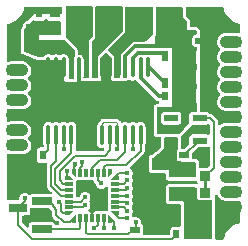
<source format=gtl>
G04 Layer: TopLayer*
G04 EasyEDA v6.5.22, 2022-11-24 13:33:34*
G04 a569f08a9e4f4569b8c6db444d38c7d5,dbbd32702ee04327bcd14b3349a77860,10*
G04 Gerber Generator version 0.2*
G04 Scale: 100 percent, Rotated: No, Reflected: No *
G04 Dimensions in millimeters *
G04 leading zeros omitted , absolute positions ,4 integer and 5 decimal *
%FSLAX45Y45*%
%MOMM*%

%AMMACRO1*21,1,$1,$2,0,0,$3*%
%AMMACRO2*4,1,4,-0.35,0.15,0.35,0.15,0.35,-0.15,-0.35,-0.15,-0.35,0.15,0*%
%AMMACRO3*4,1,5,-0.0875,0.15,0.3375,0.15,0.3375,-0.15,-0.3375,-0.15,-0.3375,-0.1,-0.0875,0.15,0*%
%AMMACRO4*4,1,5,0.15,-0.0875,0.15,0.3375,-0.15,0.3375,-0.15,-0.3375,-0.1,-0.3375,0.15,-0.0875,0*%
%AMMACRO5*4,1,5,0.0875,0.15,-0.3375,0.15,-0.3375,-0.15,0.3375,-0.15,0.3375,-0.1,0.0875,0.15,0*%
%AMMACRO6*4,1,5,-0.15,-0.0875,-0.15,0.3375,0.15,0.3375,0.15,-0.3375,0.1,-0.3375,-0.15,-0.0875,0*%
%AMMACRO7*4,1,5,-0.15,0.0875,-0.15,-0.3375,0.15,-0.3375,0.15,0.3375,0.1,0.3375,-0.15,0.0875,0*%
%AMMACRO8*4,1,5,0.0875,-0.15,-0.3375,-0.15,-0.3375,0.15,0.3375,0.15,0.3375,0.1,0.0875,-0.15,0*%
%AMMACRO9*4,1,5,-0.0875,-0.15,0.3375,-0.15,0.3375,0.15,-0.3375,0.15,-0.3375,0.1,-0.0875,-0.15,0*%
%AMMACRO10*4,1,5,0.15,0.0875,0.15,-0.3375,-0.15,-0.3375,-0.15,0.3375,-0.1,0.3375,0.15,0.0875,0*%
%ADD10C,0.2000*%
%ADD11C,0.3530*%
%ADD12C,0.2450*%
%ADD13C,0.3170*%
%ADD14C,0.2020*%
%ADD15C,0.1000*%
%ADD16C,1.0000*%
%ADD17R,0.9000X0.8000*%
%ADD18MACRO1,0.54X0.7901X90.0000*%
%ADD19R,0.7500X1.0000*%
%ADD20R,2.2000X1.2000*%
%ADD21MACRO1,0.864X0.8065X0.0000*%
%ADD22R,0.8640X0.8065*%
%ADD23R,1.2000X0.5500*%
%ADD24R,0.5000X0.8000*%
%ADD25R,1.5240X0.8000*%
%ADD26O,0.3430016X1.7314926000000002*%
%ADD27R,5.6000X3.1000*%
%ADD28R,0.3000X0.7000*%
%ADD29R,0.7000X0.3000*%
%ADD30MACRO2*%
%ADD31MACRO3*%
%ADD32MACRO4*%
%ADD33MACRO5*%
%ADD34MACRO6*%
%ADD35MACRO7*%
%ADD36MACRO8*%
%ADD37MACRO9*%
%ADD38MACRO10*%
%ADD39R,1.7000X0.6500*%
%ADD40R,1.7000X0.5000*%
%ADD41R,0.8000X0.9000*%
%ADD42MACRO1,0.54X0.7901X0.0000*%
%ADD43R,0.5400X0.7901*%
%ADD44MACRO1,0.54X0.7901X-90.0000*%
%ADD45C,0.9000*%
%ADD46R,0.9000X0.9000*%
%ADD47R,1.5748X1.5748*%
%ADD48C,0.6096*%
%ADD49C,0.4000*%
%ADD50C,0.0160*%

%LPD*%
G36*
X944880Y-632460D02*
G01*
X940968Y-631698D01*
X937666Y-629462D01*
X935482Y-626160D01*
X934719Y-622249D01*
X934719Y-447344D01*
X934008Y-445617D01*
X887831Y-399440D01*
X885647Y-396189D01*
X884885Y-392277D01*
X885647Y-388416D01*
X887831Y-385114D01*
X900684Y-372262D01*
X903884Y-370027D01*
X908608Y-366318D01*
X1021130Y-253796D01*
X1024839Y-248666D01*
X1026617Y-244094D01*
X1027176Y-241757D01*
X1028801Y-238201D01*
X1028700Y-36068D01*
X1029462Y-32207D01*
X1031697Y-28905D01*
X1034999Y-26670D01*
X1038860Y-25908D01*
X1251712Y-25908D01*
X1255572Y-26670D01*
X1258874Y-28905D01*
X1261110Y-32207D01*
X1261872Y-36118D01*
X1260957Y-256032D01*
X1260195Y-259892D01*
X1258011Y-263144D01*
X1201877Y-319278D01*
X1198575Y-321462D01*
X1194714Y-322224D01*
X1112824Y-322224D01*
X1107440Y-325475D01*
X1097686Y-328269D01*
X1091082Y-331774D01*
X1084935Y-336854D01*
X1000506Y-421284D01*
X995426Y-427431D01*
X991920Y-434035D01*
X989736Y-441198D01*
X988974Y-449122D01*
X988974Y-540562D01*
X989482Y-545947D01*
X989482Y-594258D01*
X989025Y-597204D01*
X987501Y-602234D01*
X986739Y-610108D01*
X987501Y-617982D01*
X988314Y-623112D01*
X987348Y-626770D01*
X985113Y-629767D01*
X981913Y-631799D01*
X978204Y-632460D01*
G37*

%LPD*%
G36*
X755142Y-633476D02*
G01*
X751281Y-632714D01*
X747979Y-630529D01*
X745794Y-627278D01*
X744982Y-623366D01*
X743102Y-328930D01*
X743864Y-325018D01*
X746099Y-321665D01*
X768604Y-299161D01*
X771652Y-294690D01*
X773379Y-290118D01*
X774090Y-284581D01*
X774090Y-268224D01*
X774395Y-265633D01*
X775614Y-262178D01*
X775614Y-30683D01*
X776376Y-26771D01*
X778560Y-23469D01*
X781862Y-21285D01*
X785774Y-20523D01*
X996594Y-20523D01*
X1000506Y-21285D01*
X1003808Y-23469D01*
X1005992Y-26771D01*
X1006754Y-30683D01*
X1006754Y-234950D01*
X1005992Y-238861D01*
X1003808Y-242163D01*
X896112Y-349859D01*
X894130Y-351383D01*
X890981Y-352958D01*
X800303Y-443636D01*
X799592Y-445363D01*
X799592Y-450545D01*
X799287Y-452983D01*
X797356Y-457250D01*
X795223Y-464312D01*
X794461Y-472135D01*
X794461Y-610006D01*
X795223Y-617829D01*
X795985Y-620369D01*
X796391Y-624128D01*
X795426Y-627735D01*
X793191Y-630783D01*
X789990Y-632764D01*
X786282Y-633476D01*
G37*

%LPD*%
G36*
X683615Y-634492D02*
G01*
X679500Y-633628D01*
X676097Y-631139D01*
X673963Y-627532D01*
X673506Y-623366D01*
X674776Y-610006D01*
X674776Y-472135D01*
X673963Y-464312D01*
X671830Y-457250D01*
X668375Y-450748D01*
X663702Y-445058D01*
X658012Y-440385D01*
X651510Y-436880D01*
X644448Y-434746D01*
X636371Y-433984D01*
X633018Y-433070D01*
X630174Y-431038D01*
X627938Y-428802D01*
X625754Y-425500D01*
X624941Y-421589D01*
X625094Y-412292D01*
X625906Y-407314D01*
X625906Y-397357D01*
X624941Y-392226D01*
X622960Y-387756D01*
X619506Y-383387D01*
X524205Y-288137D01*
X522833Y-285394D01*
X522376Y-282346D01*
X522376Y-30683D01*
X523189Y-26771D01*
X525373Y-23469D01*
X528675Y-21285D01*
X532536Y-20523D01*
X743407Y-20523D01*
X747318Y-21285D01*
X750620Y-23469D01*
X752805Y-26771D01*
X753567Y-30683D01*
X753567Y-281025D01*
X752805Y-284886D01*
X750620Y-288188D01*
X723239Y-315569D01*
X722579Y-317246D01*
X724509Y-624281D01*
X723747Y-628142D01*
X721512Y-631494D01*
X718210Y-633679D01*
X714349Y-634492D01*
G37*

%LPD*%
G36*
X557682Y-636473D02*
G01*
X554024Y-635812D01*
X550875Y-633831D01*
X548589Y-630834D01*
X547573Y-627278D01*
X547928Y-623519D01*
X549402Y-618388D01*
X550164Y-610006D01*
X550164Y-472135D01*
X549402Y-463753D01*
X547217Y-456082D01*
X543661Y-449021D01*
X538886Y-442671D01*
X533044Y-437337D01*
X526288Y-433120D01*
X518871Y-430276D01*
X511098Y-428802D01*
X503123Y-428802D01*
X495350Y-430276D01*
X487984Y-433120D01*
X480059Y-438150D01*
X476504Y-439521D01*
X472693Y-439521D01*
X469188Y-438150D01*
X461213Y-433120D01*
X453898Y-430276D01*
X446074Y-428802D01*
X438150Y-428802D01*
X430326Y-430276D01*
X422960Y-433120D01*
X415035Y-438150D01*
X411530Y-439521D01*
X407720Y-439521D01*
X404164Y-438150D01*
X396240Y-433120D01*
X388874Y-430276D01*
X381050Y-428802D01*
X373126Y-428802D01*
X365353Y-430276D01*
X357936Y-433120D01*
X351180Y-437337D01*
X345338Y-442671D01*
X342544Y-446328D01*
X340360Y-448462D01*
X337566Y-449884D01*
X334518Y-450342D01*
X289153Y-450596D01*
X285546Y-449935D01*
X177038Y-409600D01*
X173583Y-407466D01*
X171246Y-404114D01*
X170434Y-400100D01*
X169926Y-231648D01*
X170586Y-228092D01*
X172415Y-224942D01*
X241960Y-144475D01*
X244754Y-142240D01*
X248158Y-141071D01*
X251714Y-141173D01*
X255066Y-142544D01*
X258013Y-144373D01*
X263448Y-146304D01*
X269798Y-147015D01*
X322630Y-147015D01*
X328980Y-146304D01*
X334416Y-144373D01*
X339344Y-141325D01*
X343408Y-137210D01*
X345846Y-133350D01*
X348640Y-130454D01*
X352348Y-128828D01*
X356362Y-128778D01*
X360121Y-130302D01*
X362966Y-133197D01*
X366522Y-138633D01*
X370230Y-142341D01*
X375107Y-145389D01*
X380593Y-147320D01*
X386892Y-148031D01*
X472185Y-148031D01*
X476097Y-148793D01*
X479399Y-151028D01*
X481584Y-154330D01*
X482346Y-158191D01*
X482346Y-256032D01*
X481584Y-259943D01*
X479399Y-263245D01*
X476097Y-265430D01*
X472185Y-266192D01*
X298246Y-266192D01*
X297230Y-267208D01*
X297230Y-303225D01*
X298297Y-305054D01*
X299212Y-305257D01*
X508203Y-305257D01*
X512064Y-306019D01*
X515366Y-308203D01*
X602488Y-395325D01*
X604418Y-398068D01*
X605383Y-401269D01*
X605231Y-404571D01*
X604469Y-408381D01*
X604469Y-440385D01*
X603910Y-443636D01*
X602386Y-446532D01*
X600557Y-449021D01*
X597001Y-456082D01*
X594817Y-463753D01*
X594055Y-472135D01*
X594055Y-610006D01*
X595376Y-621639D01*
X595376Y-626313D01*
X594563Y-630224D01*
X592378Y-633526D01*
X589076Y-635711D01*
X585216Y-636473D01*
G37*

%LPD*%
G36*
X1823313Y-1032560D02*
G01*
X1819656Y-1031595D01*
X1816607Y-1029360D01*
X1814626Y-1026160D01*
X1813915Y-1022451D01*
X1813915Y-1003808D01*
X1813052Y-995832D01*
X1810766Y-988720D01*
X1806956Y-982116D01*
X1803095Y-977646D01*
X1771294Y-945794D01*
X1765046Y-940765D01*
X1758340Y-937361D01*
X1751025Y-935380D01*
X1746046Y-935024D01*
X1742998Y-934313D01*
X1740306Y-932687D01*
X1736902Y-928217D01*
X1732788Y-924102D01*
X1727911Y-921003D01*
X1722424Y-919124D01*
X1716125Y-918413D01*
X1674215Y-918413D01*
X1670354Y-917651D01*
X1667052Y-915416D01*
X1664868Y-912164D01*
X1664055Y-908303D01*
X1661160Y-238353D01*
X1660448Y-232308D01*
X1658518Y-226821D01*
X1655419Y-221945D01*
X1653387Y-219659D01*
X1542034Y-108356D01*
X1539849Y-105054D01*
X1539036Y-101142D01*
X1539036Y-40182D01*
X1539849Y-36271D01*
X1542034Y-32969D01*
X1545336Y-30784D01*
X1549196Y-30022D01*
X1850542Y-30022D01*
X1853946Y-30581D01*
X1856943Y-32258D01*
X1859229Y-34848D01*
X1860499Y-38100D01*
X1861921Y-44805D01*
X1867407Y-62026D01*
X1874672Y-78638D01*
X1883562Y-94386D01*
X1894078Y-109169D01*
X1906016Y-122783D01*
X1919325Y-135077D01*
X1933803Y-145948D01*
X1949348Y-155244D01*
X1965756Y-162915D01*
X1982825Y-168910D01*
X1992172Y-171094D01*
X1996186Y-173075D01*
X1998980Y-176580D01*
X1999996Y-181000D01*
X1999996Y-241909D01*
X1999335Y-245516D01*
X1997506Y-248615D01*
X1994662Y-250850D01*
X1991207Y-251967D01*
X1987550Y-251815D01*
X1980641Y-250240D01*
X1968957Y-249377D01*
X1880819Y-249377D01*
X1869135Y-250240D01*
X1858060Y-252780D01*
X1847494Y-256895D01*
X1837689Y-262585D01*
X1828800Y-269646D01*
X1821078Y-277977D01*
X1814728Y-287324D01*
X1809800Y-297535D01*
X1806448Y-308406D01*
X1804771Y-319582D01*
X1804771Y-330962D01*
X1806448Y-342138D01*
X1809800Y-353009D01*
X1814728Y-363220D01*
X1821078Y-372567D01*
X1829816Y-381812D01*
X1831848Y-385013D01*
X1832559Y-388772D01*
X1831848Y-392531D01*
X1829816Y-395732D01*
X1821078Y-404977D01*
X1814728Y-414324D01*
X1809800Y-424535D01*
X1806448Y-435406D01*
X1804771Y-446582D01*
X1804771Y-457962D01*
X1806448Y-469138D01*
X1809800Y-480009D01*
X1814728Y-490220D01*
X1821078Y-499567D01*
X1829816Y-508812D01*
X1831848Y-512013D01*
X1832559Y-515772D01*
X1831848Y-519531D01*
X1829816Y-522732D01*
X1821078Y-531977D01*
X1814728Y-541324D01*
X1809800Y-551535D01*
X1806448Y-562406D01*
X1804771Y-573582D01*
X1804771Y-584962D01*
X1806448Y-596138D01*
X1809800Y-607009D01*
X1814728Y-617220D01*
X1821078Y-626567D01*
X1829816Y-635812D01*
X1831848Y-639013D01*
X1832559Y-642772D01*
X1831848Y-646531D01*
X1829816Y-649732D01*
X1821078Y-658977D01*
X1814728Y-668324D01*
X1809800Y-678535D01*
X1806448Y-689406D01*
X1804771Y-700582D01*
X1804771Y-711962D01*
X1806448Y-723138D01*
X1809800Y-734009D01*
X1814728Y-744220D01*
X1821078Y-753567D01*
X1829816Y-762812D01*
X1831848Y-766013D01*
X1832559Y-769772D01*
X1831848Y-773531D01*
X1829816Y-776732D01*
X1821078Y-785977D01*
X1814728Y-795324D01*
X1809800Y-805535D01*
X1806448Y-816406D01*
X1804771Y-827582D01*
X1804771Y-838962D01*
X1806448Y-850137D01*
X1809800Y-861009D01*
X1814728Y-871219D01*
X1821078Y-880567D01*
X1828800Y-888898D01*
X1837689Y-895959D01*
X1847494Y-901649D01*
X1858060Y-905764D01*
X1869135Y-908303D01*
X1880819Y-909167D01*
X1968957Y-909167D01*
X1980641Y-908303D01*
X1987550Y-906729D01*
X1991207Y-906576D01*
X1994662Y-907694D01*
X1997506Y-909929D01*
X1999335Y-913079D01*
X1999996Y-916635D01*
X1999996Y-1003909D01*
X1999335Y-1007516D01*
X1997506Y-1010615D01*
X1994662Y-1012850D01*
X1991207Y-1013968D01*
X1987550Y-1013815D01*
X1980641Y-1012240D01*
X1968957Y-1011377D01*
X1880819Y-1011377D01*
X1869135Y-1012240D01*
X1858060Y-1014780D01*
X1847494Y-1018895D01*
X1837689Y-1024585D01*
X1830425Y-1030376D01*
X1827072Y-1032154D01*
G37*

%LPD*%
G36*
X1305560Y-1104900D02*
G01*
X1301648Y-1104138D01*
X1298397Y-1101902D01*
X1296162Y-1098651D01*
X1295400Y-1094740D01*
X1295400Y-886460D01*
X1296162Y-882548D01*
X1298397Y-879297D01*
X1301648Y-877062D01*
X1305560Y-876300D01*
X1421384Y-876300D01*
X1422400Y-875284D01*
X1422400Y-382016D01*
X1421384Y-381000D01*
X1410919Y-381000D01*
X1408125Y-380593D01*
X1403248Y-378002D01*
X1397812Y-376123D01*
X1391462Y-375412D01*
X1355445Y-375412D01*
X1352804Y-375056D01*
X1349095Y-374040D01*
X1340561Y-373278D01*
X1292860Y-373278D01*
X1288999Y-372465D01*
X1285697Y-370281D01*
X1283462Y-366979D01*
X1282700Y-363067D01*
X1282801Y-276809D01*
X1283665Y-272694D01*
X1285443Y-268630D01*
X1286713Y-263093D01*
X1286865Y-260045D01*
X1287780Y-36017D01*
X1288542Y-32156D01*
X1290726Y-28854D01*
X1294028Y-26670D01*
X1297940Y-25908D01*
X1502968Y-25908D01*
X1506880Y-26670D01*
X1510182Y-28905D01*
X1512366Y-32156D01*
X1513128Y-36068D01*
X1513128Y-115112D01*
X1513840Y-116789D01*
X1544624Y-147574D01*
X1546809Y-150876D01*
X1547622Y-154736D01*
X1547622Y-201269D01*
X1548333Y-207568D01*
X1550212Y-213055D01*
X1553311Y-217932D01*
X1557426Y-222046D01*
X1562303Y-225094D01*
X1567738Y-227025D01*
X1574088Y-227736D01*
X1620570Y-227736D01*
X1624482Y-228498D01*
X1627784Y-230733D01*
X1632305Y-235204D01*
X1634489Y-238506D01*
X1635251Y-242366D01*
X1635302Y-252120D01*
X1634540Y-256032D01*
X1632356Y-259334D01*
X1629054Y-261569D01*
X1617472Y-263042D01*
X1611985Y-264972D01*
X1607108Y-268020D01*
X1602994Y-272135D01*
X1599946Y-277012D01*
X1598015Y-282498D01*
X1597304Y-288798D01*
X1597304Y-341680D01*
X1598015Y-347980D01*
X1599946Y-353466D01*
X1602994Y-358343D01*
X1607058Y-362356D01*
X1612595Y-365709D01*
X1617472Y-367436D01*
X1623771Y-368147D01*
X1625701Y-368147D01*
X1629562Y-368909D01*
X1632864Y-371094D01*
X1635048Y-374396D01*
X1635861Y-378256D01*
X1635912Y-391414D01*
X1635506Y-394258D01*
X1632915Y-399135D01*
X1631035Y-404571D01*
X1630324Y-410921D01*
X1630324Y-499770D01*
X1631035Y-506120D01*
X1632915Y-511556D01*
X1634896Y-514705D01*
X1636064Y-517245D01*
X1636471Y-520039D01*
X1636623Y-551535D01*
X1636217Y-554431D01*
X1634947Y-557072D01*
X1630933Y-563321D01*
X1629003Y-568706D01*
X1628292Y-575056D01*
X1628292Y-663905D01*
X1629003Y-670204D01*
X1630933Y-675690D01*
X1636420Y-684072D01*
X1637182Y-687933D01*
X1637334Y-712927D01*
X1636522Y-716838D01*
X1634337Y-720140D01*
X1632000Y-722477D01*
X1628952Y-727405D01*
X1627022Y-732840D01*
X1626311Y-739190D01*
X1626311Y-828040D01*
X1627022Y-834339D01*
X1628952Y-839825D01*
X1632000Y-844702D01*
X1634947Y-847648D01*
X1637131Y-850900D01*
X1637944Y-854760D01*
X1638147Y-908202D01*
X1637385Y-912114D01*
X1635201Y-915416D01*
X1631899Y-917600D01*
X1627987Y-918413D01*
X1597253Y-918413D01*
X1590954Y-919124D01*
X1585468Y-921003D01*
X1580591Y-924102D01*
X1576476Y-928217D01*
X1573377Y-933094D01*
X1571498Y-938580D01*
X1570786Y-944880D01*
X1570786Y-998677D01*
X1571752Y-1006551D01*
X1571345Y-1010919D01*
X1569161Y-1014730D01*
X1488897Y-1101648D01*
X1485544Y-1104036D01*
X1481429Y-1104900D01*
X1476552Y-1104849D01*
X1472641Y-1104392D01*
X1359458Y-1104392D01*
X1354378Y-1104900D01*
G37*

%LPC*%
G36*
X1357274Y-1025194D02*
G01*
X1476146Y-1025194D01*
X1482445Y-1024483D01*
X1487932Y-1022603D01*
X1492808Y-1019505D01*
X1496923Y-1015441D01*
X1500022Y-1010513D01*
X1501902Y-1005078D01*
X1502613Y-998728D01*
X1502613Y-944880D01*
X1501902Y-938580D01*
X1500022Y-933094D01*
X1496923Y-928217D01*
X1492808Y-924102D01*
X1487932Y-921003D01*
X1482445Y-919124D01*
X1476146Y-918413D01*
X1357274Y-918413D01*
X1350975Y-919124D01*
X1345488Y-921003D01*
X1340612Y-924102D01*
X1336497Y-928217D01*
X1333449Y-933094D01*
X1331518Y-938580D01*
X1330807Y-944880D01*
X1330807Y-998728D01*
X1331518Y-1005078D01*
X1333449Y-1010513D01*
X1336497Y-1015441D01*
X1340612Y-1019505D01*
X1345488Y-1022603D01*
X1350975Y-1024483D01*
G37*

%LPD*%
G36*
X1509268Y-1229817D02*
G01*
X1505356Y-1229004D01*
X1502105Y-1226820D01*
X1499870Y-1223518D01*
X1499108Y-1219657D01*
X1499108Y-1204772D01*
X1499666Y-1201420D01*
X1501902Y-1195070D01*
X1502613Y-1188720D01*
X1502613Y-1134668D01*
X1502257Y-1130096D01*
X1502816Y-1126032D01*
X1504950Y-1122476D01*
X1591716Y-1028496D01*
X1595069Y-1026058D01*
X1599184Y-1025194D01*
X1716125Y-1025194D01*
X1722424Y-1024483D01*
X1728571Y-1022350D01*
X1732381Y-1021791D01*
X1736140Y-1022705D01*
X1739290Y-1024940D01*
X1741373Y-1028141D01*
X1742084Y-1031951D01*
X1742084Y-1101648D01*
X1741373Y-1105458D01*
X1739290Y-1108659D01*
X1736140Y-1110894D01*
X1732381Y-1111808D01*
X1728571Y-1111250D01*
X1722424Y-1109116D01*
X1716125Y-1108405D01*
X1597253Y-1108405D01*
X1590954Y-1109116D01*
X1585468Y-1110996D01*
X1580591Y-1114094D01*
X1576476Y-1118209D01*
X1573428Y-1123086D01*
X1571498Y-1128572D01*
X1570786Y-1134872D01*
X1570786Y-1184605D01*
X1570024Y-1188516D01*
X1567789Y-1191818D01*
X1532788Y-1226820D01*
X1529537Y-1229004D01*
X1525625Y-1229817D01*
G37*

%LPD*%
G36*
X1663649Y-1397152D02*
G01*
X1658569Y-1396847D01*
X1654911Y-1394714D01*
X1652371Y-1391310D01*
X1651507Y-1387144D01*
X1651507Y-1346758D01*
X1650796Y-1340459D01*
X1648866Y-1334973D01*
X1645818Y-1330096D01*
X1641703Y-1325981D01*
X1636826Y-1322933D01*
X1631340Y-1321003D01*
X1625041Y-1320292D01*
X1603248Y-1320292D01*
X1599133Y-1319428D01*
X1595678Y-1316939D01*
X1593596Y-1313332D01*
X1593138Y-1309116D01*
X1593138Y-1272286D01*
X1593900Y-1268374D01*
X1596085Y-1265072D01*
X1643024Y-1218184D01*
X1646275Y-1215999D01*
X1650187Y-1215186D01*
X1716125Y-1215186D01*
X1722424Y-1214475D01*
X1728571Y-1212342D01*
X1732381Y-1211783D01*
X1736140Y-1212697D01*
X1739290Y-1214932D01*
X1741373Y-1218184D01*
X1742084Y-1221943D01*
X1742084Y-1372616D01*
X1741322Y-1376476D01*
X1739138Y-1379778D01*
X1724710Y-1394155D01*
X1721459Y-1396390D01*
X1717548Y-1397152D01*
G37*

%LPD*%
G36*
X1407160Y-1473200D02*
G01*
X1403248Y-1472438D01*
X1399997Y-1470202D01*
X1397762Y-1466951D01*
X1397000Y-1463040D01*
X1397000Y-1410716D01*
X1395984Y-1409700D01*
X1267460Y-1409700D01*
X1263548Y-1408938D01*
X1260297Y-1406702D01*
X1258062Y-1403451D01*
X1257300Y-1399540D01*
X1257300Y-1313180D01*
X1257757Y-1310081D01*
X1259179Y-1307287D01*
X1261364Y-1305052D01*
X1357782Y-1232712D01*
X1358900Y-1230884D01*
X1358900Y-1140460D01*
X1359662Y-1136548D01*
X1361897Y-1133297D01*
X1365148Y-1131062D01*
X1369060Y-1130300D01*
X1463040Y-1130300D01*
X1466951Y-1131062D01*
X1470202Y-1133297D01*
X1472438Y-1136548D01*
X1473200Y-1140460D01*
X1473200Y-1230172D01*
X1472438Y-1234084D01*
X1470202Y-1237335D01*
X1468018Y-1239570D01*
X1464919Y-1244498D01*
X1462989Y-1249934D01*
X1462278Y-1256284D01*
X1462278Y-1309116D01*
X1462989Y-1315466D01*
X1464919Y-1320901D01*
X1468018Y-1325829D01*
X1472031Y-1329842D01*
X1477568Y-1333195D01*
X1482445Y-1334871D01*
X1488795Y-1335633D01*
X1496517Y-1335633D01*
X1500378Y-1336395D01*
X1503680Y-1338580D01*
X1510588Y-1345488D01*
X1512316Y-1346200D01*
X1615440Y-1346200D01*
X1619351Y-1346962D01*
X1622602Y-1349197D01*
X1624838Y-1352448D01*
X1625600Y-1356360D01*
X1625600Y-1463040D01*
X1624838Y-1466951D01*
X1622602Y-1470202D01*
X1619351Y-1472438D01*
X1615440Y-1473200D01*
G37*

%LPD*%
G36*
X746556Y-1786382D02*
G01*
X742492Y-1785569D01*
X739140Y-1783130D01*
X736955Y-1779574D01*
X734872Y-1773529D01*
X731774Y-1768602D01*
X727659Y-1764538D01*
X722782Y-1761439D01*
X721360Y-1760982D01*
X717753Y-1758746D01*
X715365Y-1755292D01*
X714552Y-1751177D01*
X715518Y-1747062D01*
X718058Y-1743710D01*
X720496Y-1741576D01*
X725881Y-1734718D01*
X729894Y-1726996D01*
X732332Y-1718614D01*
X733196Y-1709928D01*
X732332Y-1701241D01*
X729894Y-1692859D01*
X725881Y-1685137D01*
X722985Y-1681429D01*
X721055Y-1677365D01*
X721055Y-1672894D01*
X722985Y-1668830D01*
X725881Y-1665122D01*
X729894Y-1657400D01*
X732332Y-1649018D01*
X733196Y-1640332D01*
X732332Y-1631645D01*
X729894Y-1623263D01*
X725881Y-1615541D01*
X720496Y-1608683D01*
X713943Y-1602994D01*
X706374Y-1598625D01*
X698144Y-1595780D01*
X689508Y-1594510D01*
X680821Y-1594916D01*
X672338Y-1596999D01*
X664413Y-1600606D01*
X657301Y-1605686D01*
X651256Y-1611985D01*
X646582Y-1619300D01*
X643331Y-1627428D01*
X642467Y-1631950D01*
X641451Y-1634794D01*
X638505Y-1638350D01*
X635203Y-1640586D01*
X631342Y-1641348D01*
X625144Y-1641348D01*
X621233Y-1640586D01*
X617931Y-1638350D01*
X615746Y-1635048D01*
X614984Y-1631188D01*
X614984Y-1612798D01*
X614273Y-1606499D01*
X613359Y-1602232D01*
X614273Y-1597964D01*
X614984Y-1591665D01*
X614984Y-1562811D01*
X614273Y-1556461D01*
X613359Y-1552244D01*
X614273Y-1547977D01*
X614984Y-1541678D01*
X614984Y-1512824D01*
X614222Y-1506118D01*
X614476Y-1502511D01*
X615950Y-1499209D01*
X618540Y-1496618D01*
X621842Y-1495145D01*
X625449Y-1494891D01*
X632155Y-1495653D01*
X661009Y-1495653D01*
X667308Y-1494942D01*
X671576Y-1494028D01*
X675792Y-1494942D01*
X682142Y-1495653D01*
X710996Y-1495653D01*
X717296Y-1494942D01*
X721563Y-1494028D01*
X725830Y-1494942D01*
X732129Y-1495653D01*
X751890Y-1495653D01*
X756005Y-1496517D01*
X759409Y-1499006D01*
X761542Y-1502664D01*
X763828Y-1509674D01*
X767638Y-1516278D01*
X771448Y-1520748D01*
X777849Y-1527098D01*
X779627Y-1529537D01*
X780643Y-1532382D01*
X781507Y-1536903D01*
X784758Y-1545031D01*
X789432Y-1552346D01*
X795477Y-1558645D01*
X802589Y-1563725D01*
X810514Y-1567332D01*
X818997Y-1569415D01*
X827684Y-1569821D01*
X836320Y-1568551D01*
X844550Y-1565706D01*
X852119Y-1561338D01*
X858672Y-1555648D01*
X860298Y-1553616D01*
X863650Y-1550873D01*
X867816Y-1549755D01*
X872134Y-1550517D01*
X875690Y-1553006D01*
X877925Y-1556715D01*
X878382Y-1561033D01*
X878179Y-1562811D01*
X878179Y-1591665D01*
X878890Y-1597964D01*
X879754Y-1602232D01*
X878890Y-1606499D01*
X878179Y-1612798D01*
X878179Y-1641652D01*
X878890Y-1648002D01*
X879754Y-1652219D01*
X878890Y-1656486D01*
X878179Y-1662785D01*
X878179Y-1691639D01*
X878890Y-1697989D01*
X879754Y-1702257D01*
X878890Y-1706473D01*
X878179Y-1712823D01*
X878179Y-1741678D01*
X878890Y-1748332D01*
X878687Y-1751990D01*
X877163Y-1755292D01*
X874623Y-1757832D01*
X871321Y-1759356D01*
X867664Y-1759559D01*
X861009Y-1758848D01*
X832154Y-1758848D01*
X825804Y-1759559D01*
X821588Y-1760423D01*
X817321Y-1759559D01*
X810971Y-1758848D01*
X782116Y-1758848D01*
X775817Y-1759559D01*
X770331Y-1761439D01*
X765454Y-1764538D01*
X761339Y-1768602D01*
X758291Y-1773529D01*
X756158Y-1779574D01*
X754024Y-1783130D01*
X750620Y-1785569D01*
G37*

%LPD*%
G36*
X201168Y-1898751D02*
G01*
X197256Y-1897989D01*
X194005Y-1895805D01*
X159969Y-1861769D01*
X157784Y-1858467D01*
X156972Y-1854606D01*
X156972Y-1805330D01*
X157784Y-1801418D01*
X159969Y-1798116D01*
X163271Y-1795932D01*
X167132Y-1795170D01*
X196697Y-1795170D01*
X203047Y-1794408D01*
X208483Y-1792528D01*
X213410Y-1789430D01*
X217474Y-1785366D01*
X220573Y-1780438D01*
X222504Y-1775002D01*
X223215Y-1768652D01*
X223215Y-1739493D01*
X224078Y-1735328D01*
X226567Y-1731924D01*
X230276Y-1729790D01*
X234492Y-1729384D01*
X237845Y-1729790D01*
X376428Y-1729790D01*
X381254Y-1730857D01*
X383844Y-1732280D01*
X385927Y-1734312D01*
X406552Y-1761845D01*
X408076Y-1764741D01*
X408584Y-1767941D01*
X408584Y-1790192D01*
X409448Y-1798167D01*
X411734Y-1805279D01*
X415543Y-1811883D01*
X419404Y-1816354D01*
X461111Y-1858111D01*
X463296Y-1861362D01*
X464058Y-1865274D01*
X463296Y-1869135D01*
X461111Y-1872437D01*
X457809Y-1874672D01*
X453898Y-1875434D01*
X440435Y-1875434D01*
X436372Y-1874570D01*
X433019Y-1872183D01*
X430530Y-1867611D01*
X427431Y-1862734D01*
X423367Y-1858619D01*
X418439Y-1855571D01*
X413004Y-1853641D01*
X406654Y-1852930D01*
X237794Y-1852930D01*
X231495Y-1853641D01*
X226009Y-1855571D01*
X221132Y-1858619D01*
X217017Y-1862734D01*
X213969Y-1867611D01*
X212039Y-1873097D01*
X211328Y-1879396D01*
X211328Y-1888591D01*
X210566Y-1892503D01*
X208330Y-1895805D01*
X205079Y-1897989D01*
G37*

%LPD*%
G36*
X1189126Y-1957984D02*
G01*
X1184960Y-1957120D01*
X1181557Y-1954580D01*
X1179423Y-1950923D01*
X1179017Y-1946706D01*
X1179322Y-1944116D01*
X1179322Y-1891284D01*
X1178610Y-1884934D01*
X1176680Y-1879498D01*
X1173581Y-1874570D01*
X1169517Y-1870506D01*
X1167638Y-1869338D01*
X1164894Y-1866798D01*
X1163269Y-1863445D01*
X1162913Y-1859737D01*
X1163472Y-1854200D01*
X1162608Y-1845513D01*
X1160170Y-1837131D01*
X1156157Y-1829409D01*
X1150772Y-1822551D01*
X1144219Y-1816862D01*
X1136650Y-1812493D01*
X1128420Y-1809648D01*
X1119784Y-1808378D01*
X1111097Y-1808784D01*
X1101953Y-1811020D01*
X1098092Y-1811223D01*
X1094486Y-1809953D01*
X1091590Y-1807413D01*
X1089812Y-1804009D01*
X1088796Y-1800555D01*
X1084478Y-1792173D01*
X1083462Y-1789125D01*
X1083462Y-1785924D01*
X1084478Y-1782876D01*
X1088796Y-1774494D01*
X1091234Y-1766112D01*
X1092098Y-1757425D01*
X1091234Y-1748739D01*
X1088796Y-1740357D01*
X1084783Y-1732635D01*
X1083462Y-1730908D01*
X1081532Y-1726844D01*
X1081532Y-1722374D01*
X1083462Y-1718360D01*
X1084529Y-1716938D01*
X1088542Y-1709216D01*
X1090980Y-1700834D01*
X1091844Y-1692148D01*
X1090980Y-1683461D01*
X1088542Y-1675079D01*
X1084529Y-1667357D01*
X1083411Y-1665935D01*
X1081481Y-1661871D01*
X1081481Y-1657400D01*
X1083411Y-1653336D01*
X1084529Y-1651914D01*
X1088542Y-1644192D01*
X1090980Y-1635810D01*
X1091844Y-1627124D01*
X1090980Y-1618437D01*
X1088542Y-1610055D01*
X1081836Y-1597253D01*
X1081836Y-1592783D01*
X1083767Y-1588770D01*
X1084783Y-1587398D01*
X1088796Y-1579676D01*
X1091234Y-1571294D01*
X1092098Y-1562608D01*
X1091234Y-1553921D01*
X1088796Y-1545539D01*
X1084783Y-1537817D01*
X1083868Y-1536598D01*
X1081938Y-1532534D01*
X1081938Y-1528064D01*
X1088542Y-1515414D01*
X1090980Y-1507032D01*
X1091844Y-1498346D01*
X1090980Y-1489659D01*
X1088542Y-1481277D01*
X1084427Y-1473301D01*
X1083411Y-1470253D01*
X1083411Y-1467002D01*
X1084427Y-1463954D01*
X1088542Y-1455978D01*
X1090980Y-1447596D01*
X1091844Y-1438910D01*
X1090980Y-1430223D01*
X1088542Y-1421841D01*
X1084529Y-1414119D01*
X1079144Y-1407261D01*
X1072591Y-1401572D01*
X1070864Y-1400556D01*
X1068070Y-1398168D01*
X1066292Y-1394917D01*
X1065834Y-1391259D01*
X1066698Y-1387652D01*
X1068781Y-1384604D01*
X1182116Y-1271219D01*
X1187196Y-1264970D01*
X1190599Y-1258316D01*
X1192580Y-1250950D01*
X1193038Y-1245057D01*
X1193038Y-1209954D01*
X1194104Y-1205433D01*
X1197203Y-1199184D01*
X1199388Y-1191564D01*
X1200150Y-1183182D01*
X1200150Y-1045260D01*
X1199388Y-1036878D01*
X1197203Y-1029258D01*
X1193698Y-1022146D01*
X1188872Y-1015796D01*
X1183030Y-1010462D01*
X1176274Y-1006297D01*
X1168857Y-1003401D01*
X1161084Y-1001979D01*
X1153160Y-1001979D01*
X1145336Y-1003401D01*
X1137970Y-1006246D01*
X1130046Y-1011275D01*
X1126490Y-1012698D01*
X1122730Y-1012698D01*
X1119174Y-1011275D01*
X1111250Y-1006246D01*
X1103884Y-1003401D01*
X1096060Y-1001979D01*
X1088136Y-1001979D01*
X1080312Y-1003401D01*
X1072997Y-1006246D01*
X1065022Y-1011275D01*
X1061516Y-1012698D01*
X1057706Y-1012698D01*
X1054150Y-1011275D01*
X1046226Y-1006246D01*
X1038860Y-1003401D01*
X1031087Y-1001979D01*
X1023162Y-1001979D01*
X1015339Y-1003401D01*
X1007922Y-1006297D01*
X1004824Y-1008227D01*
X1000912Y-1009650D01*
X996746Y-1009345D01*
X993038Y-1007414D01*
X990447Y-1004163D01*
X988009Y-999439D01*
X983589Y-994003D01*
X974140Y-984503D01*
X970229Y-981202D01*
X964539Y-977900D01*
X958392Y-975918D01*
X951484Y-975207D01*
X843940Y-975207D01*
X838860Y-975563D01*
X832459Y-977290D01*
X826719Y-980236D01*
X821283Y-984605D01*
X810615Y-995273D01*
X806246Y-1000709D01*
X803300Y-1006449D01*
X801624Y-1012698D01*
X799998Y-1016101D01*
X795578Y-1022096D01*
X791972Y-1029258D01*
X789838Y-1036878D01*
X789025Y-1045260D01*
X789025Y-1183182D01*
X789838Y-1191564D01*
X791972Y-1199184D01*
X795528Y-1206296D01*
X800303Y-1212596D01*
X806196Y-1217980D01*
X812952Y-1222146D01*
X820318Y-1224991D01*
X828141Y-1226464D01*
X836066Y-1226464D01*
X838149Y-1226108D01*
X842416Y-1226210D01*
X846226Y-1228039D01*
X848969Y-1231341D01*
X850137Y-1235456D01*
X849477Y-1239672D01*
X847191Y-1243279D01*
X841552Y-1248918D01*
X838250Y-1251102D01*
X834339Y-1251864D01*
X618185Y-1251864D01*
X614273Y-1251102D01*
X610971Y-1248918D01*
X608787Y-1245616D01*
X608025Y-1241704D01*
X608025Y-1210005D01*
X609092Y-1205484D01*
X612241Y-1199184D01*
X614375Y-1191564D01*
X615188Y-1183182D01*
X615188Y-1045260D01*
X614375Y-1036878D01*
X612241Y-1029258D01*
X608685Y-1022146D01*
X603910Y-1015796D01*
X598017Y-1010462D01*
X591261Y-1006297D01*
X583895Y-1003401D01*
X576072Y-1001979D01*
X568147Y-1001979D01*
X560324Y-1003401D01*
X552958Y-1006246D01*
X545033Y-1011275D01*
X541528Y-1012698D01*
X537718Y-1012698D01*
X534162Y-1011275D01*
X526237Y-1006246D01*
X518871Y-1003401D01*
X511098Y-1001979D01*
X503123Y-1001979D01*
X495350Y-1003401D01*
X487984Y-1006246D01*
X480059Y-1011275D01*
X476504Y-1012698D01*
X472693Y-1012698D01*
X469188Y-1011275D01*
X461213Y-1006246D01*
X453898Y-1003401D01*
X446074Y-1001979D01*
X438150Y-1001979D01*
X430326Y-1003401D01*
X422960Y-1006246D01*
X415035Y-1011275D01*
X411530Y-1012698D01*
X407720Y-1012698D01*
X404164Y-1011275D01*
X396240Y-1006246D01*
X388874Y-1003401D01*
X381050Y-1001979D01*
X373126Y-1001979D01*
X365353Y-1003401D01*
X357936Y-1006297D01*
X351180Y-1010462D01*
X345338Y-1015796D01*
X340512Y-1022146D01*
X337007Y-1029258D01*
X334822Y-1036878D01*
X334060Y-1045260D01*
X334060Y-1183182D01*
X334822Y-1191564D01*
X337007Y-1199184D01*
X339598Y-1204417D01*
X340664Y-1208379D01*
X340055Y-1212443D01*
X337870Y-1215898D01*
X334518Y-1218285D01*
X330504Y-1219098D01*
X303834Y-1219098D01*
X297484Y-1219809D01*
X292049Y-1221740D01*
X287121Y-1224788D01*
X283057Y-1228902D01*
X279958Y-1233779D01*
X278079Y-1239266D01*
X277368Y-1245565D01*
X277368Y-1323441D01*
X278079Y-1329791D01*
X279958Y-1335227D01*
X283057Y-1340104D01*
X287121Y-1344218D01*
X292049Y-1347317D01*
X297484Y-1349197D01*
X303834Y-1349908D01*
X357022Y-1349908D01*
X361696Y-1350416D01*
X364998Y-1352346D01*
X367334Y-1355293D01*
X368452Y-1358900D01*
X368147Y-1362710D01*
X365912Y-1371092D01*
X365404Y-1377086D01*
X365404Y-1543812D01*
X366268Y-1551787D01*
X368554Y-1558899D01*
X372364Y-1565503D01*
X376224Y-1569974D01*
X401828Y-1595628D01*
X404012Y-1598930D01*
X404825Y-1602790D01*
X404012Y-1606702D01*
X401828Y-1609953D01*
X398526Y-1612188D01*
X394665Y-1612950D01*
X237845Y-1612950D01*
X231495Y-1613662D01*
X226060Y-1615592D01*
X221030Y-1618742D01*
X217017Y-1620215D01*
X212750Y-1619859D01*
X208991Y-1617827D01*
X202133Y-1611884D01*
X194564Y-1607515D01*
X186334Y-1604670D01*
X177698Y-1603400D01*
X169011Y-1603806D01*
X160528Y-1605889D01*
X152603Y-1609496D01*
X145491Y-1614576D01*
X139446Y-1620875D01*
X134772Y-1628190D01*
X131521Y-1636318D01*
X129844Y-1644853D01*
X129844Y-1653184D01*
X129082Y-1657045D01*
X126898Y-1660347D01*
X123596Y-1662531D01*
X119684Y-1663344D01*
X45466Y-1663344D01*
X41300Y-1663801D01*
X37084Y-1663395D01*
X33375Y-1661261D01*
X30886Y-1657857D01*
X30022Y-1653692D01*
X30022Y-1282598D01*
X30733Y-1278737D01*
X32918Y-1275486D01*
X36169Y-1273251D01*
X40030Y-1272438D01*
X56286Y-1276197D01*
X67970Y-1277061D01*
X156108Y-1277061D01*
X167792Y-1276197D01*
X178866Y-1273657D01*
X189433Y-1269542D01*
X199237Y-1263853D01*
X208127Y-1256792D01*
X215849Y-1248460D01*
X222199Y-1239113D01*
X227126Y-1228902D01*
X230479Y-1218031D01*
X232156Y-1206855D01*
X232156Y-1195476D01*
X230479Y-1184300D01*
X227126Y-1173429D01*
X222199Y-1163218D01*
X215849Y-1153871D01*
X207111Y-1144625D01*
X205079Y-1141425D01*
X204368Y-1137666D01*
X205079Y-1133906D01*
X207111Y-1130706D01*
X215849Y-1121460D01*
X222199Y-1112113D01*
X227126Y-1101902D01*
X230479Y-1091031D01*
X232156Y-1079855D01*
X232156Y-1068476D01*
X230479Y-1057300D01*
X227126Y-1046429D01*
X222199Y-1036218D01*
X215849Y-1026871D01*
X208127Y-1018540D01*
X199237Y-1011478D01*
X189433Y-1005789D01*
X178866Y-1001674D01*
X167792Y-999134D01*
X156108Y-998270D01*
X67970Y-998270D01*
X56286Y-999134D01*
X40030Y-1002893D01*
X36169Y-1002080D01*
X32918Y-999845D01*
X30733Y-996594D01*
X30022Y-992733D01*
X30022Y-901598D01*
X30733Y-897737D01*
X32918Y-894486D01*
X36169Y-892251D01*
X40030Y-891438D01*
X56286Y-895197D01*
X67970Y-896061D01*
X156108Y-896061D01*
X167792Y-895197D01*
X178866Y-892657D01*
X189433Y-888542D01*
X199237Y-882853D01*
X208127Y-875792D01*
X215849Y-867460D01*
X222199Y-858113D01*
X227126Y-847902D01*
X230479Y-837031D01*
X232156Y-825855D01*
X232156Y-814476D01*
X230479Y-803300D01*
X227126Y-792429D01*
X222199Y-782218D01*
X215849Y-772871D01*
X207111Y-763625D01*
X205079Y-760425D01*
X204368Y-756666D01*
X205079Y-752906D01*
X207111Y-749706D01*
X215849Y-740460D01*
X222199Y-731113D01*
X227126Y-720902D01*
X230479Y-710031D01*
X232156Y-698855D01*
X232156Y-687476D01*
X230479Y-676300D01*
X227126Y-665429D01*
X222199Y-655218D01*
X215849Y-645871D01*
X207111Y-636625D01*
X205079Y-633425D01*
X204368Y-629666D01*
X205079Y-625906D01*
X207111Y-622706D01*
X215849Y-613460D01*
X222199Y-604113D01*
X227126Y-593902D01*
X230479Y-583031D01*
X232156Y-571855D01*
X232156Y-560476D01*
X230479Y-549300D01*
X227126Y-538429D01*
X222199Y-528218D01*
X215849Y-518871D01*
X208127Y-510540D01*
X199237Y-503478D01*
X189433Y-497789D01*
X178866Y-493674D01*
X167792Y-491134D01*
X156108Y-490270D01*
X67970Y-490270D01*
X56286Y-491134D01*
X40030Y-494893D01*
X36169Y-494080D01*
X32918Y-491845D01*
X30733Y-488594D01*
X30022Y-484733D01*
X30022Y-181559D01*
X30632Y-178104D01*
X32359Y-175056D01*
X35052Y-172770D01*
X57810Y-166116D01*
X74574Y-159308D01*
X90525Y-150774D01*
X105562Y-140665D01*
X119481Y-129082D01*
X132130Y-116128D01*
X143357Y-101904D01*
X153060Y-86614D01*
X161188Y-70459D01*
X167538Y-53492D01*
X171754Y-37592D01*
X173786Y-33629D01*
X177292Y-30937D01*
X181559Y-30022D01*
X486308Y-30022D01*
X490220Y-30784D01*
X493522Y-32969D01*
X495706Y-36271D01*
X496468Y-40182D01*
X496468Y-77470D01*
X495604Y-81635D01*
X493115Y-85039D01*
X489458Y-87172D01*
X485241Y-87579D01*
X481482Y-87172D01*
X267106Y-89662D01*
X262331Y-90119D01*
X256692Y-91846D01*
X251663Y-94742D01*
X246989Y-99060D01*
X212445Y-139039D01*
X209346Y-141427D01*
X194868Y-145186D01*
X185928Y-149301D01*
X177901Y-154940D01*
X170942Y-161899D01*
X165303Y-169926D01*
X161188Y-178866D01*
X158648Y-188315D01*
X157734Y-199339D01*
X156972Y-202438D01*
X155295Y-205130D01*
X149860Y-211480D01*
X146608Y-216712D01*
X144729Y-222148D01*
X144018Y-228498D01*
X144627Y-409244D01*
X145897Y-415239D01*
X148285Y-420471D01*
X151790Y-425094D01*
X156210Y-428751D01*
X162661Y-431901D01*
X277723Y-474675D01*
X284124Y-476250D01*
X287731Y-476504D01*
X497281Y-475437D01*
X501192Y-476199D01*
X504494Y-478383D01*
X506730Y-481685D01*
X507492Y-485597D01*
X507492Y-635203D01*
X508203Y-641400D01*
X510082Y-646734D01*
X513181Y-651611D01*
X514959Y-653643D01*
X520954Y-658571D01*
X525830Y-660908D01*
X531520Y-662228D01*
X534670Y-662381D01*
X603910Y-662381D01*
X610209Y-661670D01*
X615696Y-659790D01*
X620572Y-656691D01*
X624687Y-652576D01*
X629716Y-644144D01*
X632663Y-641807D01*
X636270Y-640689D01*
X640080Y-640994D01*
X643483Y-642620D01*
X646023Y-645363D01*
X649325Y-650595D01*
X653389Y-654710D01*
X658317Y-657758D01*
X663752Y-659688D01*
X670102Y-660400D01*
X724001Y-660400D01*
X732231Y-659485D01*
X799033Y-659384D01*
X805383Y-658672D01*
X810818Y-656742D01*
X815695Y-653694D01*
X819810Y-649579D01*
X822909Y-644702D01*
X824788Y-639216D01*
X825500Y-632917D01*
X825500Y-459282D01*
X826312Y-455371D01*
X828497Y-452069D01*
X858977Y-421589D01*
X862279Y-419404D01*
X866140Y-418642D01*
X870051Y-419404D01*
X873353Y-421589D01*
X905814Y-454101D01*
X908050Y-457403D01*
X908812Y-461264D01*
X908812Y-631901D01*
X909523Y-638200D01*
X911453Y-643686D01*
X914501Y-648563D01*
X918616Y-652678D01*
X923493Y-655726D01*
X928979Y-657656D01*
X935278Y-658368D01*
X993190Y-658368D01*
X999490Y-657656D01*
X1004976Y-655777D01*
X1009802Y-653694D01*
X1013815Y-653846D01*
X1020673Y-655523D01*
X1029360Y-655929D01*
X1037996Y-654659D01*
X1046226Y-651814D01*
X1053795Y-647446D01*
X1055065Y-646328D01*
X1058824Y-644296D01*
X1063091Y-643940D01*
X1067104Y-645363D01*
X1072946Y-649020D01*
X1080312Y-651865D01*
X1088136Y-653338D01*
X1096060Y-653338D01*
X1103884Y-651865D01*
X1109726Y-649630D01*
X1113840Y-648919D01*
X1117904Y-649986D01*
X1121206Y-652576D01*
X1126642Y-659180D01*
X1283563Y-816000D01*
X1290218Y-821029D01*
X1297533Y-824687D01*
X1303121Y-826414D01*
X1307338Y-827024D01*
X1310538Y-828090D01*
X1313230Y-830173D01*
X1315110Y-833018D01*
X1316482Y-836117D01*
X1317345Y-840028D01*
X1316634Y-843991D01*
X1314450Y-847344D01*
X1311097Y-849579D01*
X1307185Y-850392D01*
X1295958Y-850392D01*
X1289659Y-851103D01*
X1284173Y-853033D01*
X1279296Y-856081D01*
X1275181Y-860196D01*
X1272133Y-865073D01*
X1270203Y-870559D01*
X1269492Y-876858D01*
X1269492Y-1104341D01*
X1270203Y-1110640D01*
X1272133Y-1116126D01*
X1275181Y-1121003D01*
X1279296Y-1125118D01*
X1284173Y-1128166D01*
X1289659Y-1130096D01*
X1295958Y-1130808D01*
X1320647Y-1130808D01*
X1324508Y-1131570D01*
X1327810Y-1133805D01*
X1330045Y-1137056D01*
X1330807Y-1140968D01*
X1330807Y-1188720D01*
X1331518Y-1195070D01*
X1332433Y-1197660D01*
X1332992Y-1201013D01*
X1332992Y-1213866D01*
X1332534Y-1216964D01*
X1331112Y-1219758D01*
X1328928Y-1221994D01*
X1251864Y-1279804D01*
X1249019Y-1281277D01*
X1242212Y-1283614D01*
X1237386Y-1286662D01*
X1233271Y-1290777D01*
X1230172Y-1295654D01*
X1228293Y-1301089D01*
X1227582Y-1307439D01*
X1227582Y-1406296D01*
X1228293Y-1412595D01*
X1230172Y-1418082D01*
X1233271Y-1422958D01*
X1237640Y-1427327D01*
X1240536Y-1429512D01*
X1246073Y-1432966D01*
X1251559Y-1434896D01*
X1257858Y-1435608D01*
X1360932Y-1435608D01*
X1364843Y-1436370D01*
X1368094Y-1438605D01*
X1370330Y-1441856D01*
X1371092Y-1445768D01*
X1371092Y-1472641D01*
X1371803Y-1478940D01*
X1373733Y-1484426D01*
X1376781Y-1489303D01*
X1380896Y-1493418D01*
X1385773Y-1496466D01*
X1391259Y-1498396D01*
X1397558Y-1499108D01*
X1625041Y-1499108D01*
X1630426Y-1499260D01*
X1633982Y-1501089D01*
X1636522Y-1504137D01*
X1637893Y-1509471D01*
X1640230Y-1516024D01*
X1640789Y-1519783D01*
X1639925Y-1523441D01*
X1637792Y-1526590D01*
X1634693Y-1528724D01*
X1630984Y-1529537D01*
X1620723Y-1528216D01*
X1401876Y-1528216D01*
X1395526Y-1528927D01*
X1390091Y-1530807D01*
X1385163Y-1533906D01*
X1381099Y-1537970D01*
X1378000Y-1542897D01*
X1376121Y-1548333D01*
X1375410Y-1554683D01*
X1375410Y-1673504D01*
X1376121Y-1679854D01*
X1378000Y-1685289D01*
X1381099Y-1690217D01*
X1385163Y-1694281D01*
X1390091Y-1697380D01*
X1395526Y-1699310D01*
X1401876Y-1700022D01*
X1485595Y-1700022D01*
X1489456Y-1700784D01*
X1492758Y-1702968D01*
X1494942Y-1706219D01*
X1495755Y-1710080D01*
X1496822Y-1879701D01*
X1496009Y-1883816D01*
X1493520Y-1887270D01*
X1489913Y-1889404D01*
X1485747Y-1889912D01*
X1436878Y-1889912D01*
X1430528Y-1890623D01*
X1425092Y-1892503D01*
X1420164Y-1895602D01*
X1416100Y-1899666D01*
X1413002Y-1904593D01*
X1411071Y-1910029D01*
X1410360Y-1916379D01*
X1410360Y-1947824D01*
X1409598Y-1951736D01*
X1407414Y-1955038D01*
X1404112Y-1957222D01*
X1400200Y-1957984D01*
G37*

%LPD*%
G36*
X1533702Y-1996592D02*
G01*
X1529791Y-1995830D01*
X1526489Y-1993646D01*
X1524254Y-1990394D01*
X1523441Y-1986483D01*
X1522018Y-1768449D01*
X1522222Y-1766316D01*
X1522222Y-1713484D01*
X1521663Y-1708048D01*
X1521460Y-1678686D01*
X1520799Y-1677009D01*
X1426362Y-1579321D01*
X1424228Y-1576019D01*
X1423517Y-1572158D01*
X1424330Y-1568297D01*
X1426514Y-1565046D01*
X1429816Y-1562862D01*
X1433677Y-1562100D01*
X1627022Y-1562100D01*
X1630933Y-1562862D01*
X1634236Y-1565097D01*
X1636420Y-1568348D01*
X1637182Y-1572260D01*
X1637182Y-1640687D01*
X1637893Y-1647037D01*
X1639824Y-1652473D01*
X1642872Y-1657400D01*
X1646986Y-1661464D01*
X1651863Y-1664563D01*
X1657350Y-1666493D01*
X1663649Y-1667205D01*
X1748942Y-1667205D01*
X1754022Y-1666595D01*
X1758238Y-1667002D01*
X1761896Y-1669135D01*
X1764436Y-1672539D01*
X1765300Y-1676704D01*
X1765300Y-1983841D01*
X1764538Y-1987702D01*
X1762353Y-1991004D01*
X1759102Y-1993188D01*
X1755241Y-1994001D01*
G37*

%LPD*%
G36*
X1801368Y-1999996D02*
G01*
X1797456Y-1999234D01*
X1794205Y-1996998D01*
X1791970Y-1993747D01*
X1791207Y-1989836D01*
X1791207Y-1628901D01*
X1791970Y-1625092D01*
X1794052Y-1621840D01*
X1797253Y-1619605D01*
X1801063Y-1618742D01*
X1804873Y-1619402D01*
X1808175Y-1621383D01*
X1810512Y-1624533D01*
X1814728Y-1633220D01*
X1821078Y-1642567D01*
X1828800Y-1650898D01*
X1837689Y-1657959D01*
X1847494Y-1663649D01*
X1858060Y-1667764D01*
X1869135Y-1670304D01*
X1880819Y-1671167D01*
X1968957Y-1671167D01*
X1980641Y-1670304D01*
X1987550Y-1668729D01*
X1991207Y-1668576D01*
X1994662Y-1669694D01*
X1997506Y-1671929D01*
X1999335Y-1675079D01*
X1999996Y-1678635D01*
X1999996Y-1852930D01*
X1998980Y-1857349D01*
X1996186Y-1860854D01*
X1992172Y-1862836D01*
X1984400Y-1864664D01*
X1967280Y-1870608D01*
X1950872Y-1878279D01*
X1935378Y-1887626D01*
X1920849Y-1898497D01*
X1907590Y-1910791D01*
X1895602Y-1924405D01*
X1885137Y-1939137D01*
X1876196Y-1954885D01*
X1868982Y-1971497D01*
X1863445Y-1988769D01*
X1862785Y-1991918D01*
X1861515Y-1995119D01*
X1859280Y-1997710D01*
X1856232Y-1999386D01*
X1852828Y-1999996D01*
G37*

%LPD*%
D10*
X796569Y-1434744D02*
G01*
X796569Y-1495069D01*
X825500Y-1524000D01*
D11*
X1293690Y-363473D02*
G01*
X1112265Y-363473D01*
X1027125Y-448614D01*
X1027125Y-541045D01*
X1365026Y-331784D02*
G01*
X1333337Y-363473D01*
X1293690Y-363473D01*
X1092123Y-541045D02*
G01*
X1092123Y-459562D01*
X1134871Y-416813D01*
X1341038Y-416813D01*
X1365026Y-440801D01*
X1157122Y-541045D02*
G01*
X1157122Y-628040D01*
X1313139Y-784057D01*
X1366042Y-784057D01*
X1366042Y-675040D02*
G01*
X1232047Y-541045D01*
X1222120Y-541045D01*
D10*
X330250Y-1284503D02*
G01*
X377113Y-1237640D01*
X377113Y-1114196D01*
X121081Y-1729226D02*
G01*
X175513Y-1674794D01*
X175513Y-1649221D01*
X572109Y-1114196D02*
G01*
X572109Y-1269390D01*
X436879Y-1404620D01*
X436879Y-1529079D01*
X485053Y-1577253D01*
X554070Y-1577253D01*
X554070Y-1727240D02*
G01*
X670011Y-1727240D01*
X687323Y-1709928D01*
X554070Y-1677253D02*
G01*
X650402Y-1677253D01*
X687323Y-1640331D01*
X559074Y-1777227D02*
G01*
X499607Y-1777227D01*
X483615Y-1761236D01*
X483615Y-1701545D01*
X465073Y-1683004D01*
X896589Y-1814718D02*
G01*
X929639Y-1847768D01*
X929639Y-1902460D01*
X846581Y-1819655D02*
G01*
X844804Y-1903729D01*
X796589Y-1819747D02*
G01*
X796589Y-1872188D01*
X766063Y-1902713D01*
X934079Y-1477228D02*
G01*
X972398Y-1438910D01*
X1045971Y-1438910D01*
X939058Y-1527241D02*
G01*
X1017076Y-1527241D01*
X1045971Y-1498345D01*
X939058Y-1577253D02*
G01*
X1031580Y-1577253D01*
X1046226Y-1562607D01*
X939037Y-1627123D02*
G01*
X1045971Y-1627123D01*
X939058Y-1677253D02*
G01*
X1031077Y-1677253D01*
X1045971Y-1692147D01*
X939058Y-1727240D02*
G01*
X1016040Y-1727240D01*
X1046226Y-1757426D01*
X934079Y-1777227D02*
G01*
X974476Y-1817623D01*
X1046226Y-1817623D01*
X646684Y-1434845D02*
G01*
X647700Y-1389379D01*
X660400Y-1376679D01*
X660400Y-1361439D01*
X665479Y-1356360D01*
X665479Y-1338579D01*
X596645Y-1439671D02*
G01*
X596900Y-1384300D01*
X604520Y-1376679D01*
X604520Y-1358900D01*
X553973Y-1627123D02*
G01*
X484123Y-1627123D01*
X401320Y-1544320D01*
X401320Y-1376679D01*
X442213Y-1336039D01*
X442213Y-1114297D01*
X559074Y-1477228D02*
G01*
X538947Y-1457101D01*
X538947Y-1419616D01*
X507237Y-1114297D02*
G01*
X508000Y-1231900D01*
X1113886Y-1917712D02*
G01*
X1117600Y-1913999D01*
X1117600Y-1854200D01*
X1527708Y-1282700D02*
G01*
X1649603Y-1160805D01*
X1657156Y-1160805D01*
X1706295Y-1463390D02*
G01*
X1778000Y-1391686D01*
X1778000Y-1003300D01*
X1745513Y-970813D01*
X1657156Y-970813D01*
X121081Y-1729226D02*
G01*
X121081Y-1873681D01*
X241300Y-1993900D01*
X1423207Y-1993900D01*
X1461312Y-1955794D01*
X1113886Y-1917712D02*
G01*
X1092187Y-1917712D01*
X1054100Y-1955800D01*
X711200Y-1955800D01*
X696589Y-1941189D01*
X696589Y-1819747D01*
X322326Y-1671320D02*
G01*
X322326Y-1671320D01*
X406400Y-1701800D01*
X444500Y-1752600D01*
X444500Y-1790700D01*
X508000Y-1854200D01*
X557021Y-1854200D01*
X596645Y-1814829D01*
X322254Y-1911339D02*
G01*
X635000Y-1911339D01*
X646577Y-1899762D01*
X646577Y-1819747D01*
D12*
X1706295Y-1463390D02*
G01*
X1706295Y-1600936D01*
D13*
X637108Y-541045D02*
G01*
X637108Y-665098D01*
X799617Y-827608D01*
D14*
X1092200Y-1114297D02*
G01*
X1092454Y-1234694D01*
X962152Y-1114297D02*
G01*
X962405Y-1231900D01*
D15*
X962126Y-1114196D02*
G01*
X962126Y-1016228D01*
X951992Y-1006094D01*
X843534Y-1006094D01*
X832104Y-1017523D01*
X832104Y-1114196D01*
D10*
X554070Y-1527215D02*
G01*
X503595Y-1527215D01*
X472439Y-1496060D01*
X472439Y-1419860D01*
X604520Y-1287779D01*
X853439Y-1287779D01*
X897128Y-1244092D01*
X897128Y-1114196D01*
X846556Y-1434744D02*
G01*
X846556Y-1385595D01*
X866394Y-1365757D01*
X1036828Y-1365757D01*
X1157122Y-1245463D01*
X1157122Y-1114196D01*
X746505Y-1434845D02*
G01*
X746505Y-1389634D01*
X814070Y-1324863D01*
X959104Y-1325371D01*
X1027684Y-1255521D01*
X1027176Y-1114297D01*
D16*
X1880428Y-325277D02*
G01*
X1969328Y-325277D01*
X1880428Y-452277D02*
G01*
X1969328Y-452277D01*
X1880428Y-579277D02*
G01*
X1969328Y-579277D01*
X1880428Y-706277D02*
G01*
X1969328Y-706277D01*
X1880428Y-833277D02*
G01*
X1969328Y-833277D01*
X1880428Y-960277D02*
G01*
X1969328Y-960277D01*
X1880428Y-1087277D02*
G01*
X1969328Y-1087277D01*
X1880428Y-1214277D02*
G01*
X1969328Y-1214277D01*
X1880428Y-1341277D02*
G01*
X1969328Y-1341277D01*
X1880428Y-1722277D02*
G01*
X1969328Y-1722277D01*
X1880428Y-1595277D02*
G01*
X1969328Y-1595277D01*
X1880428Y-1468277D02*
G01*
X1969328Y-1468277D01*
X156499Y-820171D02*
G01*
X67599Y-820171D01*
X156499Y-693171D02*
G01*
X67599Y-693171D01*
X156499Y-566171D02*
G01*
X67599Y-566171D01*
X156499Y-947171D02*
G01*
X67599Y-947171D01*
X156499Y-1074171D02*
G01*
X67599Y-1074171D01*
X156499Y-1201171D02*
G01*
X67599Y-1201171D01*
D17*
G01*
X431317Y-222122D03*
G01*
X431317Y-82118D03*
D18*
G01*
X1527705Y-1282700D03*
G01*
X1418694Y-1282700D03*
D19*
G01*
X1290980Y-1591386D03*
G01*
X1290980Y-1356868D03*
D20*
G01*
X1511300Y-1408480D03*
G01*
X1511300Y-1614119D03*
D21*
G01*
X1706295Y-1312729D03*
D22*
G01*
X1706295Y-1463370D03*
D21*
G01*
X1706295Y-1751597D03*
D22*
G01*
X1706295Y-1600936D03*
D23*
G01*
X1416710Y-1161795D03*
G01*
X1416710Y-971804D03*
G01*
X1656689Y-971804D03*
G01*
X1656689Y-1066800D03*
G01*
X1656689Y-1161795D03*
G01*
X1416710Y-1066800D03*
D18*
G01*
X1222905Y-1917700D03*
G01*
X1113894Y-1917700D03*
D24*
G01*
X1561312Y-1955800D03*
G01*
X1461312Y-1955800D03*
D25*
G01*
X121081Y-1729231D03*
G01*
X121081Y-1399133D03*
D26*
G01*
X1222120Y-541045D03*
G01*
X1157122Y-541045D03*
G01*
X1092123Y-541045D03*
G01*
X1027125Y-541045D03*
G01*
X962126Y-541045D03*
G01*
X897128Y-541045D03*
G01*
X832104Y-541045D03*
G01*
X767105Y-541045D03*
G01*
X702106Y-541045D03*
G01*
X637108Y-541045D03*
G01*
X572109Y-541045D03*
G01*
X507111Y-541045D03*
G01*
X442112Y-541045D03*
G01*
X377113Y-541045D03*
G01*
X1222120Y-1114196D03*
G01*
X1157122Y-1114196D03*
G01*
X1092123Y-1114196D03*
G01*
X1027125Y-1114196D03*
G01*
X962126Y-1114196D03*
G01*
X897128Y-1114196D03*
G01*
X832104Y-1114196D03*
G01*
X767105Y-1114196D03*
G01*
X702106Y-1114196D03*
G01*
X637108Y-1114196D03*
G01*
X572109Y-1114196D03*
G01*
X507111Y-1114196D03*
G01*
X442112Y-1114196D03*
G01*
X377113Y-1114196D03*
D27*
G01*
X799617Y-827608D03*
D28*
G01*
X646556Y-1819732D03*
G01*
X696569Y-1819732D03*
G01*
X746556Y-1819732D03*
G01*
X796569Y-1819732D03*
G01*
X846556Y-1819732D03*
D29*
G01*
X939063Y-1727225D03*
G01*
X939063Y-1677238D03*
G01*
X939063Y-1627225D03*
G01*
X939063Y-1577238D03*
G01*
X939063Y-1527225D03*
D28*
G01*
X846556Y-1434744D03*
G01*
X796569Y-1434744D03*
G01*
X746556Y-1434744D03*
G01*
X696569Y-1434744D03*
G01*
X646556Y-1434744D03*
D30*
G01*
X554065Y-1527237D03*
D29*
G01*
X554075Y-1577238D03*
G01*
X554075Y-1627225D03*
G01*
X554075Y-1677238D03*
G01*
X554075Y-1727225D03*
D31*
G01*
X940320Y-1477236D03*
D32*
G01*
X896566Y-1433485D03*
D33*
G01*
X552817Y-1477237D03*
D34*
G01*
X596567Y-1433482D03*
D35*
G01*
X596567Y-1820985D03*
D36*
G01*
X552813Y-1777235D03*
D37*
G01*
X940316Y-1777235D03*
D38*
G01*
X896566Y-1820989D03*
D39*
G01*
X322249Y-1911350D03*
D40*
G01*
X322249Y-1791360D03*
D39*
G01*
X322249Y-1671370D03*
D41*
G01*
X1556232Y-455345D03*
G01*
X1696237Y-455345D03*
D18*
G01*
X1565805Y-1739900D03*
G01*
X1456794Y-1739900D03*
D42*
G01*
X1365036Y-440799D03*
D43*
G01*
X1365046Y-331800D03*
D44*
G01*
X1553715Y-315239D03*
G01*
X1662727Y-315239D03*
D18*
G01*
X1565805Y-1841500D03*
G01*
X1456794Y-1841500D03*
D42*
G01*
X330250Y-1393522D03*
D43*
G01*
X330250Y-1284503D03*
D42*
G01*
X1366037Y-675048D03*
D43*
G01*
X1366037Y-784072D03*
D41*
G01*
X1552244Y-783589D03*
G01*
X1692224Y-783589D03*
G01*
X1554226Y-619480D03*
G01*
X1694230Y-619480D03*
G01*
X236118Y-368045D03*
G01*
X96113Y-368045D03*
D42*
G01*
X296224Y-190609D03*
D43*
G01*
X296214Y-81610D03*
D45*
G01*
X1880412Y-1722272D03*
G01*
X1880412Y-1595272D03*
G01*
X1880412Y-1468272D03*
G01*
X1880412Y-1341272D03*
G01*
X1880412Y-1214272D03*
G01*
X1880412Y-1087272D03*
G01*
X1880412Y-960272D03*
G01*
X1880412Y-833272D03*
G01*
X1880412Y-706272D03*
G01*
X1880412Y-579272D03*
G01*
X1880412Y-452272D03*
G01*
X1880412Y-325272D03*
D46*
G01*
X1969312Y-1722272D03*
G01*
X1969312Y-1595272D03*
G01*
X1969312Y-1468272D03*
G01*
X1969312Y-1087272D03*
G01*
X1969312Y-1214272D03*
G01*
X1969312Y-1341272D03*
G01*
X1969312Y-706272D03*
G01*
X1969312Y-833272D03*
G01*
X1969312Y-960272D03*
G01*
X1969312Y-325272D03*
G01*
X1969312Y-452272D03*
G01*
X1969312Y-579272D03*
D47*
G01*
X1145667Y-123088D03*
G01*
X891667Y-123088D03*
G01*
X637667Y-123088D03*
G01*
X1652244Y-123088D03*
G01*
X1398066Y-123088D03*
D46*
G01*
X67614Y-947191D03*
G01*
X67614Y-1074191D03*
G01*
X67614Y-1201191D03*
G01*
X67614Y-820191D03*
G01*
X67614Y-693191D03*
G01*
X67614Y-566191D03*
D45*
G01*
X156489Y-1201165D03*
G01*
X156489Y-1074165D03*
G01*
X156489Y-947165D03*
G01*
X156489Y-820165D03*
G01*
X156489Y-693165D03*
G01*
X156489Y-566165D03*
D48*
G01*
X214121Y-198120D03*
G01*
X215645Y-268223D03*
G01*
X1701800Y-1917700D03*
D49*
G01*
X1536700Y-1155700D03*
G01*
X1625600Y-1282700D03*
G01*
X190500Y-1841500D03*
G01*
X1117600Y-1854200D03*
G01*
X508000Y-1231900D03*
G01*
X538937Y-1419605D03*
G01*
X604520Y-1358900D03*
G01*
X665479Y-1338579D03*
G01*
X1045971Y-1438910D03*
G01*
X1045971Y-1498345D03*
G01*
X1046226Y-1562607D03*
G01*
X1045971Y-1627123D03*
G01*
X1045971Y-1692147D03*
G01*
X1046226Y-1757426D03*
G01*
X1046226Y-1817623D03*
G01*
X929639Y-1902460D03*
G01*
X844804Y-1903729D03*
G01*
X766063Y-1902713D03*
G01*
X465073Y-1683004D03*
G01*
X687323Y-1709928D03*
G01*
X687323Y-1640331D03*
G01*
X823213Y-1704847D03*
G01*
X666495Y-1546605D03*
G01*
X175513Y-1649221D03*
G01*
X54863Y-211328D03*
G01*
X53847Y-270763D03*
G01*
X1161034Y-1769363D03*
G01*
X1335023Y-1769363D03*
G01*
X1818386Y-1865884D03*
G01*
X1820926Y-1952244D03*
D48*
G01*
X1451863Y-522731D03*
G01*
X1450086Y-593597D03*
D49*
G01*
X1182370Y-1388871D03*
G01*
X483870Y-691642D03*
G01*
X1117345Y-690626D03*
G01*
X1115313Y-962913D03*
G01*
X481076Y-797560D03*
G01*
X1113536Y-830326D03*
G01*
X584200Y-723900D03*
G01*
X1016000Y-723900D03*
G01*
X584200Y-927100D03*
G01*
X1016000Y-927100D03*
G01*
X1092454Y-1234694D03*
G01*
X962279Y-1231900D03*
G01*
X1016000Y-825500D03*
G01*
X584200Y-825500D03*
G01*
X800100Y-723900D03*
G01*
X914400Y-825500D03*
G01*
X914400Y-927100D03*
G01*
X825500Y-1524000D03*
G01*
X702563Y-609854D03*
G01*
X767334Y-610107D03*
G01*
X962405Y-609854D03*
G01*
X572262Y-609345D03*
G01*
X1027176Y-610107D03*
G01*
X1293698Y-363473D03*
G01*
X213360Y-62484D03*
G01*
X450595Y-1862073D03*
M02*

</source>
